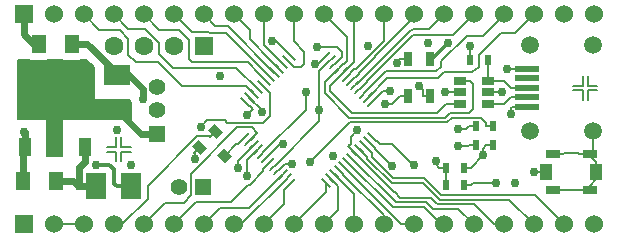
<source format=gtl>
G04 #@! TF.FileFunction,Copper,L1,Top,Signal*
%FSLAX46Y46*%
G04 Gerber Fmt 4.6, Leading zero omitted, Abs format (unit mm)*
G04 Created by KiCad (PCBNEW 4.0.7) date 06/12/18 13:46:56*
%MOMM*%
%LPD*%
G01*
G04 APERTURE LIST*
%ADD10C,0.100000*%
%ADD11C,0.203200*%
%ADD12R,1.000000X0.700000*%
%ADD13R,2.000000X0.500000*%
%ADD14C,1.500000*%
%ADD15R,1.524000X1.524000*%
%ADD16C,1.524000*%
%ADD17R,1.600000X1.600000*%
%ADD18C,1.600000*%
%ADD19R,0.600000X0.900000*%
%ADD20R,1.000000X1.500000*%
%ADD21R,4.000000X1.500000*%
%ADD22C,0.200000*%
%ADD23R,0.700000X1.300000*%
%ADD24R,1.400000X1.400000*%
%ADD25C,1.400000*%
%ADD26R,1.000000X1.400000*%
%ADD27R,1.150000X0.750000*%
%ADD28R,2.250000X1.800000*%
%ADD29R,1.800000X2.250000*%
%ADD30R,1.200000X1.500000*%
%ADD31C,0.762000*%
%ADD32C,0.609600*%
%ADD33C,0.304800*%
G04 APERTURE END LIST*
D10*
D11*
X48596800Y12596800D02*
X47784000Y12596800D01*
X48596800Y12596800D02*
X48596800Y11784000D01*
X49003200Y13003200D02*
X49003200Y13816000D01*
X49003200Y13003200D02*
X49816000Y13003200D01*
X49003200Y12596800D02*
X49003200Y11784000D01*
X49003200Y12596800D02*
X49816000Y12596800D01*
X48596800Y13003200D02*
X47784000Y13003200D01*
X48596800Y13003200D02*
X48596800Y13816000D01*
X9096800Y7396800D02*
X8284000Y7396800D01*
X9096800Y7396800D02*
X9096800Y6584000D01*
X9503200Y7803200D02*
X9503200Y8616000D01*
X9503200Y7803200D02*
X10316000Y7803200D01*
X9503200Y7396800D02*
X9503200Y6584000D01*
X9503200Y7396800D02*
X10316000Y7396800D01*
X9096800Y7803200D02*
X8284000Y7803200D01*
X9096800Y7803200D02*
X9096800Y8616000D01*
D12*
X38166500Y13386000D03*
X38166500Y12436000D03*
X38166500Y11486000D03*
X40566500Y11486000D03*
X40566500Y12436000D03*
X40566500Y13386000D03*
D13*
X43882000Y12817000D03*
X43882000Y13617000D03*
X43882000Y14417000D03*
X43882000Y11217000D03*
X43882000Y12017000D03*
D14*
X44132000Y9167000D03*
X44132000Y16467000D03*
X49432000Y9167000D03*
X49432000Y16467000D03*
D15*
X1260000Y1260000D03*
D16*
X3800000Y1260000D03*
X6340000Y1260000D03*
X8880000Y1260000D03*
X11420000Y1260000D03*
X13960000Y1260000D03*
X16500000Y1260000D03*
X19040000Y1260000D03*
X21580000Y1260000D03*
X24120000Y1260000D03*
X26660000Y1260000D03*
X29200000Y1260000D03*
X31740000Y1260000D03*
X34280000Y1260000D03*
X36820000Y1260000D03*
X39360000Y1260000D03*
X41900000Y1260000D03*
X44440000Y1260000D03*
X46980000Y1260000D03*
X49520000Y1260000D03*
D15*
X1260000Y19040000D03*
D16*
X3800000Y19040000D03*
X6340000Y19040000D03*
X8880000Y19040000D03*
X11420000Y19040000D03*
X13960000Y19040000D03*
X16500000Y19040000D03*
X19040000Y19040000D03*
X21580000Y19040000D03*
X24120000Y19040000D03*
X26660000Y19040000D03*
X29200000Y19040000D03*
X31740000Y19040000D03*
X34280000Y19040000D03*
X36820000Y19040000D03*
X39360000Y19040000D03*
X41900000Y19040000D03*
X44440000Y19040000D03*
X46980000Y19040000D03*
X49520000Y19040000D03*
D17*
X16520000Y16360000D03*
D18*
X13980000Y16360000D03*
X11440000Y16360000D03*
X8900000Y16360000D03*
D19*
X39054500Y15166000D03*
X40554500Y15166000D03*
X41020000Y9560000D03*
X39520000Y9560000D03*
D20*
X1330000Y7810000D03*
X3870000Y7810000D03*
X6410000Y7810000D03*
D21*
X3870000Y14310000D03*
D22*
X19662435Y8311523D02*
X20369541Y9018629D01*
X20015989Y7957969D02*
X20723095Y8665075D01*
X20369542Y7604416D02*
X21076648Y8311522D01*
X20723096Y7250863D02*
X21430202Y7957969D01*
X21076649Y6897309D02*
X21783755Y7604415D01*
X21430202Y6543756D02*
X22137308Y7250862D01*
X21783756Y6190202D02*
X22490862Y6897308D01*
X22137309Y5836649D02*
X22844415Y6543755D01*
X22490863Y5483096D02*
X23197969Y6190202D01*
X22844416Y5129542D02*
X23551522Y5836648D01*
X23197969Y4775989D02*
X23905075Y5483095D01*
X23551523Y4422435D02*
X24258629Y5129541D01*
X26521371Y5129541D02*
X27228477Y4422435D01*
X26874925Y5483095D02*
X27582031Y4775989D01*
X27228478Y5836648D02*
X27935584Y5129542D01*
X27582031Y6190202D02*
X28289137Y5483096D01*
X27935585Y6543755D02*
X28642691Y5836649D01*
X28289138Y6897308D02*
X28996244Y6190202D01*
X28642692Y7250862D02*
X29349798Y6543756D01*
X28996245Y7604415D02*
X29703351Y6897309D01*
X29349798Y7957969D02*
X30056904Y7250863D01*
X29703352Y8311522D02*
X30410458Y7604416D01*
X30056905Y8665075D02*
X30764011Y7957969D01*
X30410459Y9018629D02*
X31117565Y8311523D01*
X30410459Y11281371D02*
X31117565Y11988477D01*
X30056905Y11634925D02*
X30764011Y12342031D01*
X29703352Y11988478D02*
X30410458Y12695584D01*
X29349798Y12342031D02*
X30056904Y13049137D01*
X28996245Y12695585D02*
X29703351Y13402691D01*
X28642692Y13049138D02*
X29349798Y13756244D01*
X28289138Y13402692D02*
X28996244Y14109798D01*
X27935585Y13756245D02*
X28642691Y14463351D01*
X27582031Y14109798D02*
X28289137Y14816904D01*
X27228478Y14463352D02*
X27935584Y15170458D01*
X26874925Y14816905D02*
X27582031Y15524011D01*
X26521371Y15170459D02*
X27228477Y15877565D01*
X23551523Y15877565D02*
X24258629Y15170459D01*
X23197969Y15524011D02*
X23905075Y14816905D01*
X22844416Y15170458D02*
X23551522Y14463352D01*
X22490863Y14816904D02*
X23197969Y14109798D01*
X22137309Y14463351D02*
X22844415Y13756245D01*
X21783756Y14109798D02*
X22490862Y13402692D01*
X21430202Y13756244D02*
X22137308Y13049138D01*
X21076649Y13402691D02*
X21783755Y12695585D01*
X20723096Y13049137D02*
X21430202Y12342031D01*
X20369542Y12695584D02*
X21076648Y11988478D01*
X20015989Y12342031D02*
X20723095Y11634925D01*
X19662435Y11988477D02*
X20369541Y11281371D01*
D23*
X33770000Y12110000D03*
X35670000Y12110000D03*
X35670000Y15260000D03*
X33770000Y15260000D03*
D24*
X16420000Y4410000D03*
D25*
X14420000Y4410000D03*
D24*
X12570000Y8910000D03*
D25*
X12570000Y10910000D03*
X12570000Y12910000D03*
D26*
X49715000Y5705000D03*
X45515000Y5705000D03*
D27*
X49165000Y4205000D03*
X46065000Y4205000D03*
X46065000Y7205000D03*
X49165000Y7205000D03*
D19*
X38520000Y6060000D03*
X37020000Y6060000D03*
X37020000Y4560000D03*
X38520000Y4560000D03*
X41020000Y7960000D03*
X39520000Y7960000D03*
D28*
X9120000Y10960000D03*
X9120000Y13860000D03*
D29*
X7420000Y4460000D03*
X10320000Y4460000D03*
D10*
G36*
X18199289Y7696396D02*
X18906396Y6989289D01*
X18340711Y6423604D01*
X17633604Y7130711D01*
X18199289Y7696396D01*
X18199289Y7696396D01*
G37*
G36*
X17456827Y9782361D02*
X18163934Y9075254D01*
X17598249Y8509569D01*
X16891142Y9216676D01*
X17456827Y9782361D01*
X17456827Y9782361D01*
G37*
G36*
X16113324Y8438858D02*
X16820431Y7731751D01*
X16254746Y7166066D01*
X15547639Y7873173D01*
X16113324Y8438858D01*
X16113324Y8438858D01*
G37*
D30*
X5320000Y16560000D03*
X2520000Y16560000D03*
X1220000Y4960000D03*
X4020000Y4960000D03*
D31*
X5945000Y4460000D03*
X37200000Y16600000D03*
X7420000Y6310000D03*
X11320000Y11890000D03*
X42195000Y14410000D03*
X36895000Y12435000D03*
X9170000Y9260000D03*
X1320000Y9110000D03*
X30446300Y16382900D03*
X21433100Y10736900D03*
X26301900Y10974600D03*
X32483500Y6200700D03*
X41240900Y4726900D03*
X25120000Y12485000D03*
X19420000Y6060000D03*
X44439300Y5705000D03*
X23220000Y8060000D03*
X20170000Y5385000D03*
X35470000Y16600000D03*
X39060000Y16360000D03*
X41795000Y12435000D03*
X10320000Y6310000D03*
X20157200Y10532000D03*
X17844000Y13785700D03*
X25905900Y14806400D03*
X40186400Y7085700D03*
X42828800Y4716500D03*
X15768700Y6828600D03*
X23958100Y6369100D03*
X34299900Y6242500D03*
X27447200Y7000100D03*
X25538600Y6528200D03*
X29517000Y9222800D03*
X31824200Y11421600D03*
X32275900Y12578800D03*
X26065700Y16262000D03*
X22287600Y16801100D03*
X16236400Y9488500D03*
X34748100Y12943300D03*
X32859100Y14947900D03*
X36128900Y6628100D03*
X42476000Y10579100D03*
X38007200Y7894000D03*
X38007500Y9366200D03*
X2070000Y12260000D03*
D32*
X5945000Y6110000D02*
X5945000Y4460000D01*
X6410000Y6575000D02*
X5945000Y6110000D01*
X6410000Y7810000D02*
X6410000Y6575000D01*
X5945000Y4460000D02*
X5895000Y4460000D01*
X5395000Y4960000D02*
X5895000Y4460000D01*
X4020000Y4960000D02*
X5395000Y4960000D01*
X5895000Y4460000D02*
X5945000Y4460000D01*
X5945000Y4460000D02*
X7420000Y4460000D01*
D33*
X35670000Y15260000D02*
X35860000Y15260000D01*
X35860000Y15260000D02*
X37200000Y16600000D01*
X10320000Y4460000D02*
X9140000Y4460000D01*
X8490000Y6310000D02*
X7420000Y6310000D01*
X8900000Y5900000D02*
X8490000Y6310000D01*
X8900000Y4700000D02*
X8900000Y5900000D01*
X9140000Y4460000D02*
X8900000Y4700000D01*
D11*
X35670000Y15260000D02*
X35670000Y15720000D01*
D32*
X9120000Y13860000D02*
X10170000Y13860000D01*
X10170000Y13860000D02*
X11320000Y12710000D01*
X11320000Y12710000D02*
X11320000Y11890000D01*
D11*
X49715000Y5705000D02*
X49715000Y5085000D01*
X49715000Y5085000D02*
X49165000Y4535000D01*
X49165000Y4535000D02*
X49165000Y4205000D01*
X49165000Y7205000D02*
X49165000Y7055000D01*
X49165000Y7055000D02*
X49715000Y6505000D01*
X49715000Y6505000D02*
X49715000Y5705000D01*
D32*
X10320000Y4460000D02*
X10320000Y4650000D01*
D11*
X43882000Y14417000D02*
X42202000Y14417000D01*
X42202000Y14417000D02*
X42195000Y14410000D01*
X36896000Y12436000D02*
X36895000Y12435000D01*
X38166500Y12436000D02*
X36896000Y12436000D01*
X22490900Y6190000D02*
X22500200Y6190000D01*
D32*
X9120000Y14085000D02*
X9120000Y13860000D01*
X6645000Y16560000D02*
X9120000Y14085000D01*
X5320000Y16560000D02*
X6645000Y16560000D01*
X1330000Y9100000D02*
X1320000Y9110000D01*
X1330000Y7810000D02*
X1330000Y9100000D01*
X1220000Y7700000D02*
X1330000Y7810000D01*
X1220000Y4960000D02*
X1220000Y7700000D01*
D11*
X22490900Y6190200D02*
X22490900Y6190000D01*
X46065000Y4205000D02*
X46919700Y4205000D01*
X48230500Y4125200D02*
X48310300Y4205000D01*
X46999500Y4125200D02*
X48230500Y4125200D01*
X46919700Y4205000D02*
X46999500Y4125200D01*
X49165000Y4205000D02*
X48310300Y4205000D01*
X49165000Y7205000D02*
X48310300Y7205000D01*
X46065000Y7205000D02*
X46919700Y7205000D01*
X47025000Y7310300D02*
X46919700Y7205000D01*
X48205000Y7310300D02*
X47025000Y7310300D01*
X48310300Y7205000D02*
X48205000Y7310300D01*
X21433100Y10924900D02*
X20369500Y11988500D01*
X21433100Y10736900D02*
X21433100Y10924900D01*
X49432000Y9167000D02*
X49432000Y7205000D01*
X49165000Y7205000D02*
X49432000Y7205000D01*
X26301900Y9991700D02*
X26301900Y10974600D01*
X22500200Y6190000D02*
X26301900Y9991700D01*
X26301900Y14243900D02*
X27228500Y15170500D01*
X26301900Y10974600D02*
X26301900Y14243900D01*
X31032600Y7651600D02*
X31032600Y7689400D01*
X32483500Y6200700D02*
X31032600Y7651600D01*
X30410500Y8311500D02*
X31032600Y7689400D01*
X39266600Y4726900D02*
X39099700Y4560000D01*
X41240900Y4726900D02*
X39266600Y4726900D01*
X38520000Y4560000D02*
X39099700Y4560000D01*
X25120000Y10960000D02*
X25120000Y12485000D01*
X21430200Y7270000D02*
X25120000Y10960000D01*
X21430200Y7251000D02*
X21430200Y7270000D01*
X21430200Y7250900D02*
X21430200Y7251000D01*
X19420000Y6660000D02*
X19420000Y6060000D01*
X20718000Y7958000D02*
X19420000Y6660000D01*
X20723100Y7958000D02*
X20718000Y7958000D01*
X44439300Y5705000D02*
X45515000Y5705000D01*
X21515200Y5921600D02*
X21515200Y5921700D01*
X21515200Y5753800D02*
X21515200Y5921600D01*
X20380700Y4619300D02*
X21515200Y5753800D01*
X20256700Y4619300D02*
X20380700Y4619300D01*
X18772100Y3134700D02*
X20256700Y4619300D01*
X15834700Y3134700D02*
X18772100Y3134700D01*
X13960000Y1260000D02*
X15834700Y3134700D01*
X22137300Y6543800D02*
X21515200Y5921700D01*
X21783800Y6897000D02*
X21783800Y6897300D01*
X22945000Y8060000D02*
X23220000Y8060000D01*
X21783800Y6899000D02*
X22945000Y8060000D01*
X21783800Y6897300D02*
X21783800Y6899000D01*
X21076600Y7604000D02*
X21076200Y7604000D01*
X20170000Y6710000D02*
X20170000Y5385000D01*
X21064400Y7604000D02*
X20170000Y6710000D01*
X21076200Y7604000D02*
X21064400Y7604000D01*
X21076200Y7604000D02*
X21076600Y7604400D01*
X29200000Y15020900D02*
X28289100Y14110000D01*
X29200000Y19040000D02*
X29200000Y15020900D01*
X28289100Y14109800D02*
X28289000Y14109900D01*
X27170000Y12991000D02*
X28289000Y14109900D01*
X27170000Y12585000D02*
X27170000Y12991000D01*
X29045000Y10710000D02*
X27170000Y12585000D01*
X36220000Y10710000D02*
X29045000Y10710000D01*
X36996000Y11486000D02*
X36220000Y10710000D01*
X38166500Y11486000D02*
X36996000Y11486000D01*
X28289000Y14109900D02*
X28289100Y14110000D01*
X27935600Y14463000D02*
X27935200Y14463000D01*
X39044000Y13386000D02*
X38166500Y13386000D01*
X39320000Y13110000D02*
X39044000Y13386000D01*
X39320000Y11010000D02*
X39320000Y13110000D01*
X38995000Y10685000D02*
X39320000Y11010000D01*
X37345000Y10685000D02*
X38995000Y10685000D01*
X36939000Y10279000D02*
X37345000Y10685000D01*
X28826000Y10279000D02*
X36939000Y10279000D01*
X26745000Y12360000D02*
X28826000Y10279000D01*
X26745000Y13285000D02*
X26745000Y12360000D01*
X27923400Y14463000D02*
X26745000Y13285000D01*
X27935200Y14463000D02*
X27923400Y14463000D01*
X27935200Y14463000D02*
X27935600Y14463400D01*
X28593600Y17106400D02*
X26660000Y19040000D01*
X28593600Y15121400D02*
X28593600Y17106400D01*
X27935600Y14463400D02*
X28593600Y15121400D01*
X42477000Y12017000D02*
X43882000Y12017000D01*
X41946000Y11486000D02*
X42477000Y12017000D01*
X40566500Y11486000D02*
X41946000Y11486000D01*
X39054500Y15166000D02*
X39054500Y16354500D01*
X39054500Y16354500D02*
X39060000Y16360000D01*
X41794000Y12436000D02*
X41795000Y12435000D01*
X40566500Y12436000D02*
X41794000Y12436000D01*
X22844400Y5837000D02*
X22846600Y5837000D01*
X22844400Y5836600D02*
X22844400Y5837000D01*
X20016000Y11634900D02*
X20638100Y11012900D01*
X20638100Y11012900D02*
X20157200Y10532000D01*
X41020000Y7960000D02*
X40440300Y7960000D01*
X38520000Y6060000D02*
X39099700Y6060000D01*
X26157300Y14806400D02*
X26874900Y15524000D01*
X25905900Y14806400D02*
X26157300Y14806400D01*
X40155800Y7116100D02*
X40156000Y7116100D01*
X39099700Y6060000D02*
X40155800Y7116100D01*
X40156000Y7675700D02*
X40440300Y7960000D01*
X40156000Y7116100D02*
X40156000Y7675700D01*
X40186400Y7085700D02*
X40156000Y7116100D01*
X15768700Y7256500D02*
X15703400Y7321900D01*
X15768700Y6828600D02*
X15768700Y7256500D01*
X16184000Y7802500D02*
X15703400Y7321900D01*
X23378700Y6369100D02*
X22846600Y5837000D01*
X23958100Y6369100D02*
X23378700Y6369100D01*
X30764000Y8665100D02*
X31386200Y8043000D01*
X34257800Y6242500D02*
X34299900Y6242500D01*
X32457300Y8043000D02*
X34257800Y6242500D01*
X31386200Y8043000D02*
X32457300Y8043000D01*
X40554500Y15166000D02*
X40554500Y13398000D01*
X40554500Y13398000D02*
X40566500Y13386000D01*
X40566500Y13386000D02*
X41198800Y13386000D01*
X42488000Y12817000D02*
X43882000Y12817000D01*
X41919000Y13386000D02*
X42488000Y12817000D01*
X41198800Y13386000D02*
X41919000Y13386000D01*
D32*
X1260000Y17345000D02*
X1260000Y19040000D01*
X2045000Y16560000D02*
X1260000Y17345000D01*
X2520000Y16560000D02*
X2045000Y16560000D01*
D11*
X41020000Y9560000D02*
X40440300Y9560000D01*
X28893900Y9883500D02*
X25538600Y6528200D01*
X37082800Y9883500D02*
X28893900Y9883500D01*
X37489100Y10289800D02*
X37082800Y9883500D01*
X40000300Y10289800D02*
X37489100Y10289800D01*
X40440300Y9849800D02*
X40000300Y10289800D01*
X40440300Y9560000D02*
X40440300Y9849800D01*
X19393800Y8043000D02*
X19393900Y8043000D01*
X19253000Y8043000D02*
X19393800Y8043000D01*
X18270000Y7060000D02*
X19253000Y8043000D01*
X20016000Y8665100D02*
X19393900Y8043000D01*
X13257100Y3097100D02*
X11420000Y1260000D01*
X14807400Y3097100D02*
X13257100Y3097100D01*
X15420200Y3709900D02*
X14807400Y3097100D01*
X15420200Y5522800D02*
X15420200Y3709900D01*
X19358000Y9460600D02*
X15420200Y5522800D01*
X20584600Y9460600D02*
X19358000Y9460600D01*
X21051600Y8993600D02*
X20584600Y9460600D01*
X20369500Y8311500D02*
X21051600Y8993600D01*
X20333700Y2618800D02*
X23198000Y5483100D01*
X17858800Y2618800D02*
X20333700Y2618800D01*
X16500000Y1260000D02*
X17858800Y2618800D01*
X19682000Y1260000D02*
X23551500Y5129500D01*
X19040000Y1260000D02*
X19682000Y1260000D01*
X23283000Y2963000D02*
X21580000Y1260000D01*
X23283000Y4153800D02*
X23283000Y2963000D01*
X23283000Y4153900D02*
X23283000Y4153800D01*
X23905100Y4776000D02*
X23283000Y4153900D01*
X26874900Y4014900D02*
X26874900Y4776000D01*
X24120000Y1260000D02*
X26874900Y4014900D01*
X27850600Y2450600D02*
X26660000Y1260000D01*
X27850600Y4507400D02*
X27850600Y2450600D01*
X27228500Y5129500D02*
X27850600Y4507400D01*
X29200000Y3865100D02*
X29200000Y1260000D01*
X28204200Y4861000D02*
X29200000Y3865100D01*
X27582000Y5483100D02*
X28204200Y4861000D01*
X31740000Y2032200D02*
X31740000Y1260000D01*
X28557700Y5214500D02*
X31740000Y2032200D01*
X27935600Y5836600D02*
X28557700Y5214500D01*
X33219300Y1260000D02*
X34280000Y1260000D01*
X28911300Y5568100D02*
X33219300Y1260000D01*
X28289100Y6190200D02*
X28911300Y5568100D01*
X36576900Y1260000D02*
X36820000Y1260000D01*
X35151000Y2685900D02*
X36576900Y1260000D01*
X32500600Y2685900D02*
X35151000Y2685900D01*
X28642700Y6543800D02*
X32500600Y2685900D01*
X32755000Y3138500D02*
X28996200Y6897300D01*
X35353500Y3138500D02*
X32755000Y3138500D01*
X35925500Y2566500D02*
X35353500Y3138500D01*
X38053500Y2566500D02*
X35925500Y2566500D01*
X39360000Y1260000D02*
X38053500Y2566500D01*
X29660900Y6939800D02*
X29972000Y6628800D01*
X29660900Y6939800D02*
X29349800Y7250900D01*
X28946200Y8652000D02*
X29517000Y9222800D01*
X28946200Y8091400D02*
X28946200Y8652000D01*
X28727800Y7873000D02*
X28946200Y8091400D01*
X32451900Y11421600D02*
X33140300Y12110000D01*
X31824200Y11421600D02*
X32451900Y11421600D01*
X33770000Y12110000D02*
X33140300Y12110000D01*
X29349800Y7250900D02*
X28727800Y7873000D01*
X32619000Y3981700D02*
X29972000Y6628800D01*
X32678600Y3981700D02*
X32619000Y3981700D01*
X33140400Y3519900D02*
X32678600Y3981700D01*
X35731400Y3519900D02*
X33140400Y3519900D01*
X35922200Y3329100D02*
X35731400Y3519900D01*
X35927200Y3329100D02*
X35922200Y3329100D01*
X36158900Y3097400D02*
X35927200Y3329100D01*
X36165200Y3097400D02*
X36158900Y3097400D01*
X36314800Y2947800D02*
X36165200Y3097400D01*
X39374500Y2947800D02*
X36314800Y2947800D01*
X41062300Y1260000D02*
X39374500Y2947800D01*
X41900000Y1260000D02*
X41062300Y1260000D01*
X29703400Y7604400D02*
X30325500Y6982300D01*
X42370900Y3329100D02*
X44440000Y1260000D01*
X36472800Y3329100D02*
X42370900Y3329100D01*
X35055800Y4746100D02*
X36472800Y3329100D01*
X32408900Y4746100D02*
X35055800Y4746100D01*
X30325500Y6829500D02*
X32408900Y4746100D01*
X30325500Y6982300D02*
X30325500Y6829500D01*
X30760600Y7254300D02*
X30056900Y7958000D01*
X30760600Y6933700D02*
X30760600Y7254300D01*
X32495500Y5198800D02*
X30760600Y6933700D01*
X35142500Y5198800D02*
X32495500Y5198800D01*
X36630900Y3710400D02*
X35142500Y5198800D01*
X44529600Y3710400D02*
X36630900Y3710400D01*
X46980000Y1260000D02*
X44529600Y3710400D01*
X7663200Y17716800D02*
X6340000Y19040000D01*
X9383200Y17716800D02*
X7663200Y17716800D01*
X10110000Y16990000D02*
X9383200Y17716800D01*
X10110000Y15620000D02*
X10110000Y16990000D01*
X10760000Y14970000D02*
X10110000Y15620000D01*
X12663900Y14970000D02*
X10760000Y14970000D01*
X14669800Y12964100D02*
X12663900Y14970000D01*
X20100900Y12964100D02*
X14669800Y12964100D01*
X20101000Y12964200D02*
X20100900Y12964100D01*
X20723100Y12342000D02*
X20101000Y12964200D01*
X19263200Y14509000D02*
X21076600Y12695600D01*
X13891800Y14509000D02*
X19263200Y14509000D01*
X12710000Y15690800D02*
X13891800Y14509000D01*
X12710000Y16626900D02*
X12710000Y15690800D01*
X11515800Y17821100D02*
X12710000Y16626900D01*
X10098900Y17821100D02*
X11515800Y17821100D01*
X8880000Y19040000D02*
X10098900Y17821100D01*
X21783800Y13402700D02*
X21161700Y14024900D01*
X21161600Y14024800D02*
X21161700Y14024900D01*
X21154400Y14024800D02*
X21161600Y14024800D01*
X20218900Y14960300D02*
X21154400Y14024800D01*
X15524100Y14960300D02*
X20218900Y14960300D01*
X15240300Y15244100D02*
X15524100Y14960300D01*
X15240300Y16874600D02*
X15240300Y15244100D01*
X14397100Y17717800D02*
X15240300Y16874600D01*
X12742200Y17717800D02*
X14397100Y17717800D01*
X11420000Y19040000D02*
X12742200Y17717800D01*
X18916500Y16977000D02*
X22137300Y13756200D01*
X18928000Y16972000D02*
X18916500Y16977000D01*
X18404712Y17495288D02*
X18928000Y16972000D01*
X15499712Y17500288D02*
X18404712Y17495288D01*
X13960000Y19040000D02*
X15499712Y17500288D01*
X22490862Y14109798D02*
X22490202Y14109798D01*
X22490202Y14109798D02*
X18520000Y18080000D01*
X18520000Y18080000D02*
X17460000Y18080000D01*
X17460000Y18080000D02*
X16500000Y19040000D01*
X22844400Y14463400D02*
X22222300Y15085500D01*
X20382600Y16925200D02*
X22222300Y15085500D01*
X20382500Y16925200D02*
X20382600Y16925200D01*
X20382500Y17697500D02*
X20382500Y16925200D01*
X19040000Y19040000D02*
X20382500Y17697500D01*
X21580000Y16434900D02*
X21580000Y19040000D01*
X23198000Y14816900D02*
X21580000Y16434900D01*
X23551522Y15170458D02*
X23559542Y15170458D01*
X23559542Y15170458D02*
X24120000Y14610000D01*
X24120000Y14610000D02*
X24745000Y14610000D01*
X24745000Y14610000D02*
X24995000Y14860000D01*
X24995000Y14860000D02*
X24995000Y15885000D01*
X24995000Y15885000D02*
X24120000Y16760000D01*
X24120000Y16760000D02*
X24120000Y19040000D01*
X31740000Y16742100D02*
X31740000Y19040000D01*
X29376200Y14378300D02*
X31740000Y16742100D01*
X29264900Y14378300D02*
X29376200Y14378300D01*
X29264900Y14378400D02*
X29264900Y14378300D01*
X28642700Y13756200D02*
X29264900Y14378400D01*
X28996200Y13402700D02*
X29618400Y14024900D01*
X29618300Y14024900D02*
X29618400Y14024900D01*
X29618300Y14038000D02*
X29618300Y14024900D01*
X31018800Y15438500D02*
X29618300Y14038000D01*
X31018800Y15472400D02*
X31018800Y15438500D01*
X33138500Y17592100D02*
X31018800Y15472400D01*
X33138500Y17646700D02*
X33138500Y17592100D01*
X34280000Y18788200D02*
X33138500Y17646700D01*
X34280000Y19040000D02*
X34280000Y18788200D01*
X29349800Y13049100D02*
X29972000Y13671300D01*
X34012700Y17712000D02*
X29972000Y13671300D01*
X34174700Y17712000D02*
X34012700Y17712000D01*
X34226700Y17764000D02*
X34174700Y17712000D01*
X35544000Y17764000D02*
X34226700Y17764000D01*
X36820000Y19040000D02*
X35544000Y17764000D01*
X37642400Y17322400D02*
X39360000Y19040000D01*
X34246300Y17322400D02*
X37642400Y17322400D01*
X30325500Y13401600D02*
X34246300Y17322400D01*
X30325500Y13317700D02*
X30325500Y13401600D01*
X29703400Y12695600D02*
X30325500Y13317700D01*
X41900000Y19040000D02*
X41900000Y19010000D01*
X41900000Y19010000D02*
X40130000Y17240000D01*
X40130000Y17240000D02*
X38780000Y17240000D01*
X38780000Y17240000D02*
X36590000Y15050000D01*
X36590000Y15050000D02*
X36590000Y14591500D01*
X36590000Y14591500D02*
X36204900Y14206400D01*
X31921300Y14206400D02*
X36204900Y14206400D01*
X30056900Y12342000D02*
X31921300Y14206400D01*
X42896800Y17496800D02*
X44440000Y19040000D01*
X41696600Y17496800D02*
X42896800Y17496800D01*
X39800000Y15600200D02*
X41696600Y17496800D01*
X39800000Y14590000D02*
X39800000Y15600200D01*
X39225800Y14120000D02*
X39800000Y14590000D01*
X36880000Y14120000D02*
X39225800Y14120000D01*
X36328600Y13634500D02*
X36880000Y14120000D01*
X32056500Y13634500D02*
X36328600Y13634500D01*
X30410500Y11988500D02*
X32056500Y13634500D01*
X31707900Y12578800D02*
X32275900Y12578800D01*
X30764000Y11634900D02*
X31707900Y12578800D01*
X27582031Y14816905D02*
X27582031Y14822031D01*
X27582031Y14822031D02*
X28195000Y15435000D01*
X28195000Y15435000D02*
X28195000Y15835000D01*
X28195000Y15835000D02*
X27768000Y16262000D01*
X27768000Y16262000D02*
X26065700Y16262000D01*
X22628000Y16801100D02*
X22287600Y16801100D01*
X23905100Y15524000D02*
X22628000Y16801100D01*
X16810000Y10062100D02*
X16236400Y9488500D01*
X18313900Y10062100D02*
X16810000Y10062100D01*
X18514400Y9861600D02*
X18313900Y10062100D01*
X21523700Y9861600D02*
X18514400Y9861600D01*
X22108700Y10446600D02*
X21523700Y9861600D01*
X22108700Y12370600D02*
X22108700Y10446600D01*
X21430200Y13049100D02*
X22108700Y12370600D01*
X35040300Y12651100D02*
X34748100Y12943300D01*
X35040300Y12110000D02*
X35040300Y12651100D01*
X35670000Y12110000D02*
X35040300Y12110000D01*
X33140300Y15229100D02*
X32859100Y14947900D01*
X33140300Y15260000D02*
X33140300Y15229100D01*
X33770000Y15260000D02*
X33140300Y15260000D01*
X37020000Y4560000D02*
X37020000Y6060000D01*
X37020000Y6060000D02*
X36440300Y6060000D01*
X36128900Y6371400D02*
X36128900Y6628100D01*
X36440300Y6060000D02*
X36128900Y6371400D01*
X43882000Y11217000D02*
X42602300Y11217000D01*
X42476000Y11090700D02*
X42602300Y11217000D01*
X42476000Y10579100D02*
X42476000Y11090700D01*
X39520000Y7960000D02*
X38940300Y7960000D01*
X38874300Y7894000D02*
X38007200Y7894000D01*
X38940300Y7960000D02*
X38874300Y7894000D01*
X39520000Y9560000D02*
X38940300Y9560000D01*
X38746500Y9366200D02*
X38940300Y9560000D01*
X38007500Y9366200D02*
X38746500Y9366200D01*
D32*
X9170000Y10960000D02*
X9120000Y10960000D01*
X11220000Y8910000D02*
X9170000Y10960000D01*
X12570000Y8910000D02*
X11220000Y8910000D01*
X3870000Y7810000D02*
X3870000Y14310000D01*
D11*
X9580200Y1260000D02*
X8880000Y1260000D01*
X11741900Y3421700D02*
X9580200Y1260000D01*
X11741900Y4501300D02*
X11741900Y3421700D01*
X15966000Y8725400D02*
X11741900Y4501300D01*
X16986800Y8725400D02*
X15966000Y8725400D01*
X17046900Y8665400D02*
X16986800Y8725400D01*
X17527500Y9146000D02*
X17046900Y8665400D01*
X6340000Y1260000D02*
X3800000Y1260000D01*
D22*
G36*
X1642326Y15152518D02*
X1920000Y15096287D01*
X3120000Y15096287D01*
X3379404Y15145097D01*
X3480266Y15210000D01*
X4358198Y15210000D01*
X4442326Y15152518D01*
X4720000Y15096287D01*
X5920000Y15096287D01*
X6179404Y15145097D01*
X6280266Y15210000D01*
X6573998Y15210000D01*
X7220000Y14563998D01*
X7220000Y11910000D01*
X7227879Y11871094D01*
X7250273Y11838319D01*
X7283654Y11816839D01*
X7320000Y11810000D01*
X10238930Y11810000D01*
X10238813Y11675919D01*
X10320000Y11479431D01*
X10320000Y10210000D01*
X9700998Y10210000D01*
X9385968Y10340812D01*
X8955919Y10341187D01*
X8638421Y10210000D01*
X4620000Y10210000D01*
X4581094Y10202121D01*
X4548319Y10179727D01*
X4526839Y10146346D01*
X4520000Y10110000D01*
X4520000Y7010000D01*
X3220000Y7010000D01*
X3220000Y10110000D01*
X3212121Y10148906D01*
X3189727Y10181681D01*
X3156346Y10203161D01*
X3120000Y10210000D01*
X765000Y10210000D01*
X765000Y15210000D01*
X1558198Y15210000D01*
X1642326Y15152518D01*
X1642326Y15152518D01*
G37*
X1642326Y15152518D02*
X1920000Y15096287D01*
X3120000Y15096287D01*
X3379404Y15145097D01*
X3480266Y15210000D01*
X4358198Y15210000D01*
X4442326Y15152518D01*
X4720000Y15096287D01*
X5920000Y15096287D01*
X6179404Y15145097D01*
X6280266Y15210000D01*
X6573998Y15210000D01*
X7220000Y14563998D01*
X7220000Y11910000D01*
X7227879Y11871094D01*
X7250273Y11838319D01*
X7283654Y11816839D01*
X7320000Y11810000D01*
X10238930Y11810000D01*
X10238813Y11675919D01*
X10320000Y11479431D01*
X10320000Y10210000D01*
X9700998Y10210000D01*
X9385968Y10340812D01*
X8955919Y10341187D01*
X8638421Y10210000D01*
X4620000Y10210000D01*
X4581094Y10202121D01*
X4548319Y10179727D01*
X4526839Y10146346D01*
X4520000Y10110000D01*
X4520000Y7010000D01*
X3220000Y7010000D01*
X3220000Y10110000D01*
X3212121Y10148906D01*
X3189727Y10181681D01*
X3156346Y10203161D01*
X3120000Y10210000D01*
X765000Y10210000D01*
X765000Y15210000D01*
X1558198Y15210000D01*
X1642326Y15152518D01*
M02*

</source>
